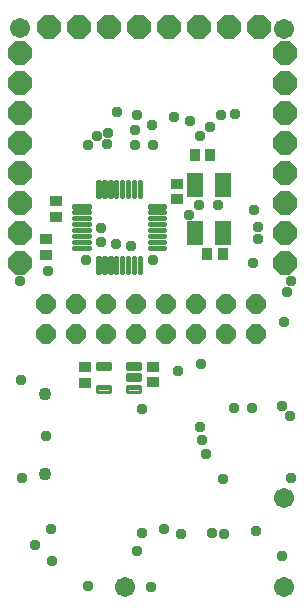
<source format=gbr>
G04 EAGLE Gerber RS-274X export*
G75*
%MOMM*%
%FSLAX34Y34*%
%LPD*%
%INSoldermask Bottom*%
%IPPOS*%
%AMOC8*
5,1,8,0,0,1.08239X$1,22.5*%
G01*
%ADD10C,1.703200*%
%ADD11R,1.403200X2.003200*%
%ADD12R,0.903200X1.103200*%
%ADD13C,0.293481*%
%ADD14R,1.103200X0.903200*%
%ADD15P,1.759533X8X202.500000*%
%ADD16C,0.268653*%
%ADD17C,1.103200*%
%ADD18P,2.144431X8X22.500000*%
%ADD19P,2.144431X8X112.500000*%
%ADD20C,0.959600*%


D10*
X302006Y196088D03*
X78232Y196596D03*
X301752Y-276860D03*
X167386Y-276606D03*
X301752Y-201168D03*
D11*
X250252Y63434D03*
X226252Y63434D03*
X226252Y23434D03*
X250252Y23434D03*
D12*
X236832Y5588D03*
X249832Y5588D03*
X239164Y89154D03*
X226164Y89154D03*
D13*
X168495Y-87061D02*
X168495Y-92059D01*
X168495Y-87061D02*
X179693Y-87061D01*
X179693Y-92059D01*
X168495Y-92059D01*
X168495Y-89271D02*
X179693Y-89271D01*
X143395Y-106061D02*
X143395Y-111059D01*
X143395Y-106061D02*
X154593Y-106061D01*
X154593Y-111059D01*
X143395Y-111059D01*
X143395Y-108271D02*
X154593Y-108271D01*
X168495Y-101559D02*
X168495Y-96561D01*
X179693Y-96561D01*
X179693Y-101559D01*
X168495Y-101559D01*
X168495Y-98771D02*
X179693Y-98771D01*
X168495Y-106061D02*
X168495Y-111059D01*
X168495Y-106061D02*
X179693Y-106061D01*
X179693Y-111059D01*
X168495Y-111059D01*
X168495Y-108271D02*
X179693Y-108271D01*
X143395Y-92059D02*
X143395Y-87061D01*
X154593Y-87061D01*
X154593Y-92059D01*
X143395Y-92059D01*
X143395Y-89271D02*
X154593Y-89271D01*
D14*
X108458Y36934D03*
X108458Y49934D03*
X211074Y64666D03*
X211074Y51666D03*
X191008Y-90274D03*
X191008Y-103274D03*
X133350Y-90528D03*
X133350Y-103528D03*
D15*
X277876Y-36576D03*
X277876Y-61976D03*
X252476Y-36576D03*
X252476Y-61976D03*
X227076Y-36576D03*
X227076Y-61976D03*
X201676Y-36576D03*
X201676Y-61976D03*
X176276Y-36576D03*
X176276Y-61976D03*
X150876Y-36576D03*
X150876Y-61976D03*
X125476Y-36576D03*
X125476Y-61976D03*
X100076Y-36576D03*
X100076Y-61976D03*
D16*
X123483Y9721D02*
X137229Y9721D01*
X123483Y9721D02*
X123483Y11667D01*
X137229Y11667D01*
X137229Y9721D01*
X137229Y14721D02*
X123483Y14721D01*
X123483Y16667D01*
X137229Y16667D01*
X137229Y14721D01*
X137229Y19721D02*
X123483Y19721D01*
X123483Y21667D01*
X137229Y21667D01*
X137229Y19721D01*
X137229Y24721D02*
X123483Y24721D01*
X123483Y26667D01*
X137229Y26667D01*
X137229Y24721D01*
X137229Y29721D02*
X123483Y29721D01*
X123483Y31667D01*
X137229Y31667D01*
X137229Y29721D01*
X137229Y34721D02*
X123483Y34721D01*
X123483Y36667D01*
X137229Y36667D01*
X137229Y34721D01*
X137229Y39721D02*
X123483Y39721D01*
X123483Y41667D01*
X137229Y41667D01*
X137229Y39721D01*
X137229Y44721D02*
X123483Y44721D01*
X123483Y46667D01*
X137229Y46667D01*
X137229Y44721D01*
X187383Y44721D02*
X201129Y44721D01*
X187383Y44721D02*
X187383Y46667D01*
X201129Y46667D01*
X201129Y44721D01*
X201129Y39721D02*
X187383Y39721D01*
X187383Y41667D01*
X201129Y41667D01*
X201129Y39721D01*
X201129Y34721D02*
X187383Y34721D01*
X187383Y36667D01*
X201129Y36667D01*
X201129Y34721D01*
X201129Y29721D02*
X187383Y29721D01*
X187383Y31667D01*
X201129Y31667D01*
X201129Y29721D01*
X201129Y24721D02*
X187383Y24721D01*
X187383Y26667D01*
X201129Y26667D01*
X201129Y24721D01*
X201129Y19721D02*
X187383Y19721D01*
X187383Y21667D01*
X201129Y21667D01*
X201129Y19721D01*
X201129Y14721D02*
X187383Y14721D01*
X187383Y16667D01*
X201129Y16667D01*
X201129Y14721D01*
X201129Y9721D02*
X187383Y9721D01*
X187383Y11667D01*
X201129Y11667D01*
X201129Y9721D01*
X180779Y3117D02*
X180779Y-10629D01*
X178833Y-10629D01*
X178833Y3117D01*
X180779Y3117D01*
X180779Y-8076D02*
X178833Y-8076D01*
X178833Y-5523D02*
X180779Y-5523D01*
X180779Y-2970D02*
X178833Y-2970D01*
X178833Y-417D02*
X180779Y-417D01*
X180779Y2136D02*
X178833Y2136D01*
X175779Y3117D02*
X175779Y-10629D01*
X173833Y-10629D01*
X173833Y3117D01*
X175779Y3117D01*
X175779Y-8076D02*
X173833Y-8076D01*
X173833Y-5523D02*
X175779Y-5523D01*
X175779Y-2970D02*
X173833Y-2970D01*
X173833Y-417D02*
X175779Y-417D01*
X175779Y2136D02*
X173833Y2136D01*
X170779Y3117D02*
X170779Y-10629D01*
X168833Y-10629D01*
X168833Y3117D01*
X170779Y3117D01*
X170779Y-8076D02*
X168833Y-8076D01*
X168833Y-5523D02*
X170779Y-5523D01*
X170779Y-2970D02*
X168833Y-2970D01*
X168833Y-417D02*
X170779Y-417D01*
X170779Y2136D02*
X168833Y2136D01*
X165779Y3117D02*
X165779Y-10629D01*
X163833Y-10629D01*
X163833Y3117D01*
X165779Y3117D01*
X165779Y-8076D02*
X163833Y-8076D01*
X163833Y-5523D02*
X165779Y-5523D01*
X165779Y-2970D02*
X163833Y-2970D01*
X163833Y-417D02*
X165779Y-417D01*
X165779Y2136D02*
X163833Y2136D01*
X160779Y3117D02*
X160779Y-10629D01*
X158833Y-10629D01*
X158833Y3117D01*
X160779Y3117D01*
X160779Y-8076D02*
X158833Y-8076D01*
X158833Y-5523D02*
X160779Y-5523D01*
X160779Y-2970D02*
X158833Y-2970D01*
X158833Y-417D02*
X160779Y-417D01*
X160779Y2136D02*
X158833Y2136D01*
X155779Y3117D02*
X155779Y-10629D01*
X153833Y-10629D01*
X153833Y3117D01*
X155779Y3117D01*
X155779Y-8076D02*
X153833Y-8076D01*
X153833Y-5523D02*
X155779Y-5523D01*
X155779Y-2970D02*
X153833Y-2970D01*
X153833Y-417D02*
X155779Y-417D01*
X155779Y2136D02*
X153833Y2136D01*
X150779Y3117D02*
X150779Y-10629D01*
X148833Y-10629D01*
X148833Y3117D01*
X150779Y3117D01*
X150779Y-8076D02*
X148833Y-8076D01*
X148833Y-5523D02*
X150779Y-5523D01*
X150779Y-2970D02*
X148833Y-2970D01*
X148833Y-417D02*
X150779Y-417D01*
X150779Y2136D02*
X148833Y2136D01*
X145779Y3117D02*
X145779Y-10629D01*
X143833Y-10629D01*
X143833Y3117D01*
X145779Y3117D01*
X145779Y-8076D02*
X143833Y-8076D01*
X143833Y-5523D02*
X145779Y-5523D01*
X145779Y-2970D02*
X143833Y-2970D01*
X143833Y-417D02*
X145779Y-417D01*
X145779Y2136D02*
X143833Y2136D01*
X145779Y53271D02*
X145779Y67017D01*
X145779Y53271D02*
X143833Y53271D01*
X143833Y67017D01*
X145779Y67017D01*
X145779Y55824D02*
X143833Y55824D01*
X143833Y58377D02*
X145779Y58377D01*
X145779Y60930D02*
X143833Y60930D01*
X143833Y63483D02*
X145779Y63483D01*
X145779Y66036D02*
X143833Y66036D01*
X150779Y67017D02*
X150779Y53271D01*
X148833Y53271D01*
X148833Y67017D01*
X150779Y67017D01*
X150779Y55824D02*
X148833Y55824D01*
X148833Y58377D02*
X150779Y58377D01*
X150779Y60930D02*
X148833Y60930D01*
X148833Y63483D02*
X150779Y63483D01*
X150779Y66036D02*
X148833Y66036D01*
X155779Y67017D02*
X155779Y53271D01*
X153833Y53271D01*
X153833Y67017D01*
X155779Y67017D01*
X155779Y55824D02*
X153833Y55824D01*
X153833Y58377D02*
X155779Y58377D01*
X155779Y60930D02*
X153833Y60930D01*
X153833Y63483D02*
X155779Y63483D01*
X155779Y66036D02*
X153833Y66036D01*
X160779Y67017D02*
X160779Y53271D01*
X158833Y53271D01*
X158833Y67017D01*
X160779Y67017D01*
X160779Y55824D02*
X158833Y55824D01*
X158833Y58377D02*
X160779Y58377D01*
X160779Y60930D02*
X158833Y60930D01*
X158833Y63483D02*
X160779Y63483D01*
X160779Y66036D02*
X158833Y66036D01*
X165779Y67017D02*
X165779Y53271D01*
X163833Y53271D01*
X163833Y67017D01*
X165779Y67017D01*
X165779Y55824D02*
X163833Y55824D01*
X163833Y58377D02*
X165779Y58377D01*
X165779Y60930D02*
X163833Y60930D01*
X163833Y63483D02*
X165779Y63483D01*
X165779Y66036D02*
X163833Y66036D01*
X170779Y67017D02*
X170779Y53271D01*
X168833Y53271D01*
X168833Y67017D01*
X170779Y67017D01*
X170779Y55824D02*
X168833Y55824D01*
X168833Y58377D02*
X170779Y58377D01*
X170779Y60930D02*
X168833Y60930D01*
X168833Y63483D02*
X170779Y63483D01*
X170779Y66036D02*
X168833Y66036D01*
X175779Y67017D02*
X175779Y53271D01*
X173833Y53271D01*
X173833Y67017D01*
X175779Y67017D01*
X175779Y55824D02*
X173833Y55824D01*
X173833Y58377D02*
X175779Y58377D01*
X175779Y60930D02*
X173833Y60930D01*
X173833Y63483D02*
X175779Y63483D01*
X175779Y66036D02*
X173833Y66036D01*
X180779Y67017D02*
X180779Y53271D01*
X178833Y53271D01*
X178833Y67017D01*
X180779Y67017D01*
X180779Y55824D02*
X178833Y55824D01*
X178833Y58377D02*
X180779Y58377D01*
X180779Y60930D02*
X178833Y60930D01*
X178833Y63483D02*
X180779Y63483D01*
X180779Y66036D02*
X178833Y66036D01*
D14*
X100584Y4930D03*
X100584Y17930D03*
D17*
X99568Y-113066D03*
X99568Y-181066D03*
D18*
X302260Y175514D03*
X302260Y150114D03*
X302260Y124714D03*
X302260Y99314D03*
X302260Y73914D03*
X302260Y48514D03*
X302260Y23114D03*
X302260Y-2286D03*
X78232Y175133D03*
X78232Y149733D03*
X78232Y124333D03*
X78232Y98933D03*
X78232Y73533D03*
X78232Y48133D03*
X78232Y22733D03*
X78232Y-2667D03*
D19*
X102870Y197866D03*
X128270Y197866D03*
X153670Y197866D03*
X179070Y197866D03*
X204470Y197866D03*
X229870Y197866D03*
X255270Y197866D03*
X280670Y197866D03*
D20*
X221742Y38248D03*
X276352Y42926D03*
X79248Y-101600D03*
X80264Y-184150D03*
X90932Y-240792D03*
X136144Y-275844D03*
X177038Y-246126D03*
X278130Y-228854D03*
X230886Y-140716D03*
X231648Y-87630D03*
X172212Y11938D03*
X159512Y13716D03*
X147066Y15748D03*
X147066Y27178D03*
X134366Y508D03*
X190500Y254D03*
X102108Y-8763D03*
X275844Y-2032D03*
X250190Y-184912D03*
X200406Y-227584D03*
X229616Y46990D03*
X78105Y-17526D03*
X208788Y121666D03*
X175514Y109982D03*
X260096Y124206D03*
X189484Y-276352D03*
X100076Y-148336D03*
X307340Y-184150D03*
X300228Y-250698D03*
X181356Y-125730D03*
X105156Y-254508D03*
X245618Y46482D03*
X301498Y-52070D03*
X104648Y-227584D03*
X135636Y97790D03*
X143764Y105156D03*
X151638Y98298D03*
X153162Y107696D03*
X175514Y97282D03*
X190754Y97282D03*
X279908Y28448D03*
X307693Y-17907D03*
X307291Y-131875D03*
X259842Y-124968D03*
X280187Y18313D03*
X304645Y-26543D03*
X300052Y-123620D03*
X274320Y-125158D03*
X240718Y-231140D03*
X236156Y-163830D03*
X251206Y-231902D03*
X232156Y-152400D03*
X181610Y-231140D03*
X214884Y-231394D03*
X212398Y-93980D03*
X239268Y113030D03*
X248412Y122936D03*
X160528Y125928D03*
X230632Y105156D03*
X177292Y122654D03*
X222504Y118364D03*
X189992Y114808D03*
M02*

</source>
